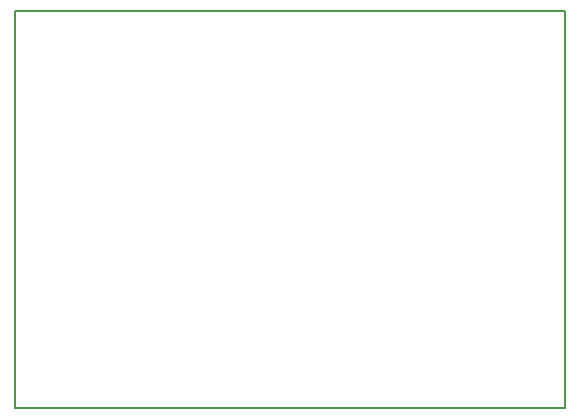
<source format=gm1>
G04 MADE WITH FRITZING*
G04 WWW.FRITZING.ORG*
G04 DOUBLE SIDED*
G04 HOLES PLATED*
G04 CONTOUR ON CENTER OF CONTOUR VECTOR*
%ASAXBY*%
%FSLAX23Y23*%
%MOIN*%
%OFA0B0*%
%SFA1.0B1.0*%
%ADD10R,1.841780X1.330430*%
%ADD11C,0.008000*%
%ADD10C,0.008*%
%LNCONTOUR*%
G90*
G70*
G54D10*
G54D11*
X4Y1326D02*
X1838Y1326D01*
X1838Y4D01*
X4Y4D01*
X4Y1326D01*
D02*
G04 End of contour*
M02*
</source>
